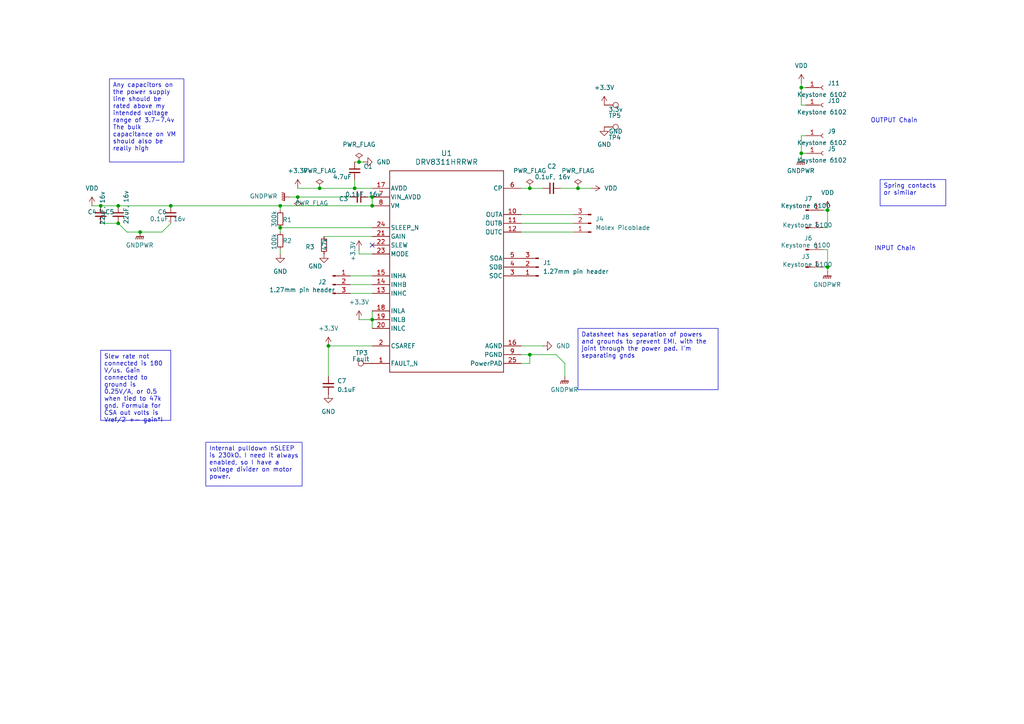
<source format=kicad_sch>
(kicad_sch (version 20231120) (generator "eeschema") (generator_version "8.0")
  (paper "A4")
  (title_block (date "2024-08-17") (rev "V1"))
  (lib_symbols
    (symbol "Connector:Conn_01x01_Pin" (pin_names (offset 1.016) hide)
      (property "Reference" "J" (at 0 2.54 0))
      (property "Value" "Conn_01x01_Pin" (at 0 -2.54 0))
      (symbol "Conn_01x01_Pin_1_1"
        (polyline (pts (xy 1.27 0) (xy 0.8636 0)) (stroke (width 0.1524)))
        (rectangle (start 0.8636 0.127) (end 0 -0.127) (stroke (width 0.1524)) (fill (type outline)))
        (pin passive line (at 5.08 0 180) (length 3.81) (name "Pin_1") (number "1"))
      )
    )
    (symbol "Connector:Conn_01x01_Socket" (pin_names (offset 1.016) hide)
      (property "Reference" "J" (at 0 2.54 0))
      (property "Value" "Conn_01x01_Socket" (at 0 -2.54 0))
      (symbol "Conn_01x01_Socket_1_1"
        (polyline (pts (xy -1.27 0) (xy -0.508 0)) (stroke (width 0.1524)))
        (arc (start 0 0.508) (mid -0.5058 0) (end 0 -0.508) (stroke (width 0.1524)))
        (pin passive line (at -5.08 0 0) (length 3.81) (name "Pin_1") (number "1"))
      )
    )
    (symbol "Connector:Conn_01x03_Pin" (pin_names (offset 1.016) hide)
      (property "Reference" "J" (at 0 5.08 0))
      (property "Value" "Conn_01x03_Pin" (at 0 -5.08 0))
      (symbol "Conn_01x03_Pin_1_1"
        (polyline (pts (xy 1.27 -2.54) (xy 0.8636 -2.54)) (stroke (width 0.1524)))
        (polyline (pts (xy 1.27 0) (xy 0.8636 0)) (stroke (width 0.1524)))
        (polyline (pts (xy 1.27 2.54) (xy 0.8636 2.54)) (stroke (width 0.1524)))
        (rectangle (start 0.8636 -2.413) (end 0 -2.667) (stroke (width 0.1524)) (fill (type outline)))
        (rectangle (start 0.8636 0.127) (end 0 -0.127) (stroke (width 0.1524)) (fill (type outline)))
        (rectangle (start 0.8636 2.667) (end 0 2.413) (stroke (width 0.1524)) (fill (type outline)))
        (pin passive line (at 5.08 2.54 180) (length 3.81) (name "Pin_1") (number "1"))
        (pin passive line (at 5.08 0 180) (length 3.81) (name "Pin_2") (number "2"))
        (pin passive line (at 5.08 -2.54 180) (length 3.81) (name "Pin_3") (number "3"))
      )
    )
    (symbol "Connector:TestPoint" (pin_numbers hide) (pin_names (offset 0.762) hide)
      (property "Reference" "TP" (at 0 6.858 0))
      (property "Value" "TestPoint" (at 0 5.08 0))
      (symbol "TestPoint_0_1"
        (circle (center 0 3.302) (radius 0.762))
      )
      (symbol "TestPoint_1_1"
        (pin passive line (at 0 0 90) (length 2.54) (name "1") (number "1"))
      )
    )
    (symbol "Device:C_Small" (pin_numbers hide) (pin_names (offset 0.254) hide)
      (property "Reference" "C" (at 0.254 1.778 0))
      (property "Value" "C_Small" (at 0.254 -2.032 0))
      (symbol "C_Small_0_1"
        (polyline (pts (xy -1.524 -0.508) (xy 1.524 -0.508)) (stroke (width 0.3302)))
        (polyline (pts (xy -1.524 0.508) (xy 1.524 0.508)) (stroke (width 0.3048)))
      )
      (symbol "C_Small_1_1"
        (pin passive line (at 0 2.54 270) (length 2.032) (name "~") (number "1"))
        (pin passive line (at 0 -2.54 90) (length 2.032) (name "~") (number "2"))
      )
    )
    (symbol "Device:R_Small" (pin_numbers hide) (pin_names (offset 0.254) hide)
      (property "Reference" "R" (at 0.762 0.508 0))
      (property "Value" "R_Small" (at 0.762 -1.016 0))
      (symbol "R_Small_0_1"
        (rectangle (start -0.762 1.778) (end 0.762 -1.778) (stroke (width 0.2032)))
      )
      (symbol "R_Small_1_1"
        (pin passive line (at 0 2.54 270) (length 0.762) (name "~") (number "1"))
        (pin passive line (at 0 -2.54 90) (length 0.762) (name "~") (number "2"))
      )
    )
    (symbol "custom_Driver_Motor:DRV8311HRRWR" (pin_names (offset 0.254))
      (property "Reference" "U" (at 21.59 -2.794 0))
      (property "Value" "DRV8311HRRWR" (at 21.082 -22.352 0))
      (symbol "DRV8311HRRWR_0_1"
        (polyline (pts (xy 5.08 -53.34) (xy 38.1 -53.34)) (stroke (width 0.2032)))
        (polyline (pts (xy 5.08 5.08) (xy 5.08 -53.34)) (stroke (width 0.2032)))
        (polyline (pts (xy 38.1 -53.34) (xy 38.1 5.08)) (stroke (width 0.2032)))
        (polyline (pts (xy 38.1 5.08) (xy 5.08 5.08)) (stroke (width 0.2032)))
        (pin open_collector line (at 0 -50.8 0) (length 5.08) (name "FAULT_N") (number "1"))
        (pin input line (at 0 -30.48 0) (length 5.08) (name "INHC") (number "13"))
        (pin input line (at 0 -27.94 0) (length 5.08) (name "INHB") (number "14"))
        (pin input line (at 0 -25.4 0) (length 5.08) (name "INHA") (number "15"))
        (pin power_in line (at 43.18 -45.72 180) (length 5.08) (name "AGND") (number "16"))
        (pin power_in line (at 0 0 0) (length 5.08) (name "AVDD") (number "17"))
        (pin input line (at 0 -35.56 0) (length 5.08) (name "INLA") (number "18"))
        (pin input line (at 0 -38.1 0) (length 5.08) (name "INLB") (number "19"))
        (pin power_in line (at 0 -45.72 0) (length 5.08) (name "CSAREF") (number "2"))
        (pin input line (at 0 -40.64 0) (length 5.08) (name "INLC") (number "20"))
        (pin input line (at 0 -13.97 0) (length 5.08) (name "GAIN") (number "21"))
        (pin input line (at 0 -16.51 0) (length 5.08) (name "SLEW") (number "22"))
        (pin input line (at 0 -19.05 0) (length 5.08) (name "MODE") (number "23"))
        (pin input line (at 0 -11.43 0) (length 5.08) (name "SLEEP_N") (number "24"))
        (pin power_in line (at 43.18 -50.8 180) (length 5.08) (name "PowerPAD") (number "25"))
        (pin power_in line (at 43.18 0 180) (length 5.08) (name "CP") (number "6"))
        (pin power_in line (at 0 -2.54 0) (length 5.08) (name "VIN_AVDD") (number "7"))
        (pin power_in line (at 0 -5.08 0) (length 5.08) (name "VM") (number "8"))
        (pin power_in line (at 43.18 -48.26 180) (length 5.08) (name "PGND") (number "9"))
      )
      (symbol "DRV8311HRRWR_1_1"
        (pin output line (at 43.18 -7.62 180) (length 5.08) (name "OUTA") (number "10"))
        (pin output line (at 43.18 -10.16 180) (length 5.08) (name "OUTB") (number "11"))
        (pin output line (at 43.18 -12.7 180) (length 5.08) (name "OUTC") (number "12"))
        (pin output line (at 43.18 -25.4 180) (length 5.08) (name "SOC") (number "3"))
        (pin output line (at 43.18 -22.86 180) (length 5.08) (name "SOB") (number "4"))
        (pin output line (at 43.18 -20.32 180) (length 5.08) (name "SOA") (number "5"))
      )
    )
    (symbol "power:+3.3V" (power) (pin_numbers hide) (pin_names (offset 0) hide)
      (property "Value" "+3.3V" (at 0 3.556 0))
      (symbol "+3.3V_0_1"
        (polyline (pts (xy -0.762 1.27) (xy 0 2.54)))
        (polyline (pts (xy 0 0) (xy 0 2.54)))
        (polyline (pts (xy 0 2.54) (xy 0.762 1.27)))
      )
      (symbol "+3.3V_1_1"
        (pin power_in line (at 0 0 90) (length 0) (name "~") (number "1"))
      )
    )
    (symbol "power:GND" (power) (pin_numbers hide) (pin_names (offset 0) hide)
      (property "Value" "GND" (at 0 -3.81 0))
      (symbol "GND_0_1"
        (polyline (pts (xy 0 0) (xy 0 -1.27) (xy 1.27 -1.27) (xy 0 -2.54) (xy -1.27 -1.27) (xy 0 -1.27)))
      )
      (symbol "GND_1_1"
        (pin power_in line (at 0 0 270) (length 0) (name "~") (number "1"))
      )
    )
    (symbol "power:GNDPWR" (power) (pin_numbers hide) (pin_names (offset 0) hide)
      (property "Value" "GNDPWR" (at 0 -3.302 0))
      (symbol "GNDPWR_0_1"
        (polyline (pts (xy 0 -1.27) (xy 0 0)))
        (polyline (pts (xy -1.016 -1.27) (xy -1.27 -2.032) (xy -1.27 -2.032)) (stroke (width 0.2032)))
        (polyline (pts (xy -0.508 -1.27) (xy -0.762 -2.032) (xy -0.762 -2.032)) (stroke (width 0.2032)))
        (polyline (pts (xy 0 -1.27) (xy -0.254 -2.032) (xy -0.254 -2.032)) (stroke (width 0.2032)))
        (polyline (pts (xy 0.508 -1.27) (xy 0.254 -2.032) (xy 0.254 -2.032)) (stroke (width 0.2032)))
        (polyline (pts (xy 1.016 -1.27) (xy -1.016 -1.27) (xy -1.016 -1.27)) (stroke (width 0.2032)))
        (polyline (pts (xy 1.016 -1.27) (xy 0.762 -2.032) (xy 0.762 -2.032) (xy 0.762 -2.032)) (stroke (width 0.2032)))
      )
      (symbol "GNDPWR_1_1"
        (pin power_in line (at 0 0 270) (length 0) (name "~") (number "1"))
      )
    )
    (symbol "power:PWR_FLAG" (power) (pin_numbers hide) (pin_names (offset 0) hide)
      (property "Value" "PWR_FLAG" (at 0 3.81 0))
      (symbol "PWR_FLAG_0_0"
        (pin power_out line (at 0 0 90) (length 0) (name "~") (number "1"))
      )
      (symbol "PWR_FLAG_0_1"
        (polyline (pts (xy 0 0) (xy 0 1.27) (xy -1.016 1.905) (xy 0 2.54) (xy 1.016 1.905) (xy 0 1.27)))
      )
    )
    (symbol "power:VDD" (power) (pin_numbers hide) (pin_names (offset 0) hide)
      (property "Value" "VDD" (at 0 3.556 0))
      (symbol "VDD_0_1"
        (polyline (pts (xy -0.762 1.27) (xy 0 2.54)))
        (polyline (pts (xy 0 0) (xy 0 2.54)))
        (polyline (pts (xy 0 2.54) (xy 0.762 1.27)))
      )
      (symbol "VDD_1_1"
        (pin power_in line (at 0 0 90) (length 0) (name "~") (number "1"))
      )
    )
  )
  (junction (at 107.95 59.69))
  (junction (at 86.36 57.15))
  (junction (at 232.41 25.4))
  (junction (at 40.64 67.31))
  (junction (at 102.87 54.61))
  (junction (at 92.71 54.61))
  (junction (at 29.21 59.69))
  (junction (at 107.95 92.71))
  (junction (at 240.03 60.96))
  (junction (at 232.41 44.45))
  (junction (at 153.67 102.87))
  (junction (at 153.67 54.61))
  (junction (at 34.29 64.77))
  (junction (at 167.64 54.61))
  (junction (at 107.95 57.15))
  (junction (at 49.53 59.69))
  (junction (at 240.03 77.47))
  (junction (at 104.14 46.99))
  (junction (at 95.25 100.33))
  (junction (at 81.28 59.69))
  (junction (at 81.28 66.04))
  (junction (at 34.29 59.69))
  (no_connect (at 107.95 71.12))
  (wire (pts (xy 153.67 54.61) (xy 157.48 54.61)))
  (wire (pts (xy 104.14 92.71) (xy 107.95 92.71)))
  (wire (pts (xy 92.71 54.61) (xy 102.87 54.61)))
  (wire (pts (xy 240.03 60.96) (xy 238.76 60.96)))
  (wire (pts (xy 153.67 102.87) (xy 153.67 105.41)))
  (wire (pts (xy 107.95 90.17) (xy 107.95 92.71)))
  (wire (pts (xy 81.28 72.39) (xy 81.28 73.66)))
  (wire (pts (xy 153.67 102.87) (xy 161.29 102.87)))
  (wire (pts (xy 151.13 62.23) (xy 166.37 62.23)))
  (wire (pts (xy 86.36 57.15) (xy 101.6 57.15)))
  (wire (pts (xy 29.21 64.77) (xy 34.29 64.77)))
  (wire (pts (xy 102.87 54.61) (xy 102.87 52.07)))
  (wire (pts (xy 232.41 24.13) (xy 232.41 25.4)))
  (wire (pts (xy 238.76 77.47) (xy 240.03 77.47)))
  (wire (pts (xy 49.53 59.69) (xy 81.28 59.69)))
  (wire (pts (xy 107.95 57.15) (xy 107.95 59.69)))
  (wire (pts (xy 232.41 44.45) (xy 232.41 45.72)))
  (wire (pts (xy 81.28 66.04) (xy 81.28 67.31)))
  (wire (pts (xy 104.14 73.66) (xy 104.14 72.39)))
  (wire (pts (xy 86.36 54.61) (xy 92.71 54.61)))
  (wire (pts (xy 238.76 66.04) (xy 240.03 66.04)))
  (wire (pts (xy 81.28 66.04) (xy 107.95 66.04)))
  (wire (pts (xy 107.95 92.71) (xy 107.95 95.25)))
  (wire (pts (xy 161.29 102.87) (xy 163.83 105.41)))
  (wire (pts (xy 151.13 54.61) (xy 153.67 54.61)))
  (wire (pts (xy 240.03 60.96) (xy 240.03 66.04)))
  (wire (pts (xy 167.64 54.61) (xy 171.45 54.61)))
  (wire (pts (xy 232.41 39.37) (xy 232.41 44.45)))
  (wire (pts (xy 232.41 25.4) (xy 233.68 25.4)))
  (wire (pts (xy 151.13 64.77) (xy 166.37 64.77)))
  (wire (pts (xy 105.41 46.99) (xy 104.14 46.99)))
  (wire (pts (xy 104.14 46.99) (xy 102.87 46.99)))
  (wire (pts (xy 240.03 72.39) (xy 238.76 72.39)))
  (wire (pts (xy 240.03 72.39) (xy 240.03 77.47)))
  (wire (pts (xy 101.6 85.09) (xy 107.95 85.09)))
  (wire (pts (xy 104.14 73.66) (xy 107.95 73.66)))
  (wire (pts (xy 233.68 30.48) (xy 232.41 30.48)))
  (wire (pts (xy 162.56 54.61) (xy 167.64 54.61)))
  (wire (pts (xy 233.68 44.45) (xy 232.41 44.45)))
  (wire (pts (xy 86.36 57.15) (xy 83.82 57.15)))
  (wire (pts (xy 107.95 100.33) (xy 95.25 100.33)))
  (wire (pts (xy 233.68 39.37) (xy 232.41 39.37)))
  (wire (pts (xy 102.87 54.61) (xy 107.95 54.61)))
  (wire (pts (xy 40.64 67.31) (xy 36.83 67.31)))
  (wire (pts (xy 34.29 64.77) (xy 36.83 67.31)))
  (wire (pts (xy 29.21 59.69) (xy 34.29 59.69)))
  (wire (pts (xy 106.68 57.15) (xy 107.95 57.15)))
  (wire (pts (xy 34.29 59.69) (xy 49.53 59.69)))
  (wire (pts (xy 151.13 102.87) (xy 153.67 102.87)))
  (wire (pts (xy 93.98 68.58) (xy 107.95 68.58)))
  (wire (pts (xy 81.28 59.69) (xy 81.28 60.96)))
  (wire (pts (xy 107.95 82.55) (xy 101.6 82.55)))
  (wire (pts (xy 40.64 67.31) (xy 46.99 67.31)))
  (wire (pts (xy 26.67 59.69) (xy 29.21 59.69)))
  (wire (pts (xy 240.03 77.47) (xy 240.03 78.74)))
  (wire (pts (xy 46.99 67.31) (xy 49.53 64.77)))
  (wire (pts (xy 151.13 105.41) (xy 153.67 105.41)))
  (wire (pts (xy 163.83 105.41) (xy 163.83 109.22)))
  (wire (pts (xy 232.41 30.48) (xy 232.41 25.4)))
  (wire (pts (xy 151.13 100.33) (xy 157.48 100.33)))
  (wire (pts (xy 95.25 100.33) (xy 95.25 109.22)))
  (wire (pts (xy 81.28 59.69) (xy 107.95 59.69)))
  (wire (pts (xy 107.95 80.01) (xy 101.6 80.01)))
  (wire (pts (xy 151.13 67.31) (xy 166.37 67.31)))
  (text_box "Internal pulldown nSLEEP is 230kO. I need it always enabled, so I have a voltage divider on motor power." (at 59.69 128.27 0) (size 27.94 12.7) (effects (font (size 1.27 1.27)) (justify left top)))
  (text_box "Spring contacts or similar" (at 255.27 52.07 0) (size 19.05 7.62) (effects (font (size 1.27 1.27)) (justify left top)))
  (text_box "Slew rate not connected is 180 V/us. Gain connected to ground is 0.25V/A, or 0.5 when tied to 47k gnd. Formula for CSA out volts is Vref/2 +- gain*I" (at 29.21 101.6 0) (size 20.32 20.32) (effects (font (size 1.27 1.27)) (justify left top)))
  (text_box "Datasheet has separation of powers and grounds to prevent EMI, with the joint through the power pad. I'm separating gnds" (at 167.64 95.25 0) (size 40.64 17.78) (effects (font (size 1.27 1.27)) (justify left top)))
  (text_box "Any capacitors on the power supply line should be rated above my intended voltage range of 3.7-7.4v\nThe bulk capacitance on VM should also be really high" (at 31.75 22.86 0) (size 21.59 24.13) (effects (font (size 1.27 1.27)) (justify left top)))
  (text "INPUT Chain" (at 259.588 72.136 0) (effects (font (size 1.27 1.27))))
  (text "OUTPUT Chain" (at 259.334 35.052 0) (effects (font (size 1.27 1.27))))
  (symbol (lib_id "Connector:Conn_01x01_Pin") (at 233.68 72.39 0) (unit 1)
    (property "Reference" "J6" (at 234.442 69.088 0))
    (property "Value" "Keystone 6100" (at 233.68 71.12 0))
    (property "Footprint" "6100:KEYSTONE_6100" (effects (hide yes)))
    (property "Description" "Generic connector, single row, 01x01, script generated" (effects (hide yes)))
  )
  (symbol (lib_id "Device:C_Small") (at 95.25 111.76 180) (unit 1)
    (property "Reference" "C7" (at 97.79 110.4835 0) (effects (justify right)))
    (property "Value" "0.1uF" (at 97.79 113.0235 0) (effects (justify right)))
    (property "Footprint" "Capacitor_SMD:C_0603_1608Metric" (effects (hide yes)))
    (property "Description" "Unpolarized capacitor, small symbol" (effects (hide yes)))
  )
  (symbol (lib_id "power:GNDPWR") (at 232.41 45.72 0) (unit 1)
    (property "Reference" "#PWR020" (effects (hide yes)))
    (property "Value" "GNDPWR" (at 232.283 49.53 0))
    (property "Description" "Power symbol creates a global label with name \"GNDPWR\" , global ground" (effects (hide yes)))
  )
  (symbol (lib_id "Connector:Conn_01x01_Pin") (at 233.68 66.04 0) (unit 1)
    (property "Reference" "J8" (at 233.68 62.992 0))
    (property "Value" "Keystone 6100" (at 234.188 65.278 0))
    (property "Footprint" "6100:KEYSTONE_6100" (effects (hide yes)))
    (property "Description" "Generic connector, single row, 01x01, script generated" (effects (hide yes)))
  )
  (symbol (lib_id "power:+3.3V") (at 104.14 92.71 0) (unit 1)
    (property "Reference" "#PWR011" (effects (hide yes)))
    (property "Value" "+3.3V" (at 104.14 87.63 0))
    (property "Description" "Power symbol creates a global label with name \"+3.3V\"" (effects (hide yes)))
  )
  (symbol (lib_id "Connector:Conn_01x01_Pin") (at 233.68 60.96 0) (unit 1)
    (property "Reference" "J7" (at 234.442 57.658 0))
    (property "Value" "Keystone 6100" (at 233.68 59.69 0))
    (property "Footprint" "6100:KEYSTONE_6100" (effects (hide yes)))
    (property "Description" "Generic connector, single row, 01x01, script generated" (effects (hide yes)))
  )
  (symbol (lib_id "power:PWR_FLAG") (at 86.36 57.15 180) (unit 1)
    (property "Reference" "#FLG01" (effects (hide yes)))
    (property "Value" "PWR_FLAG" (at 95.25 58.928 0) (effects (justify left)))
    (property "Description" "Special symbol for telling ERC where power comes from" (effects (hide yes)))
  )
  (symbol (lib_id "power:GND") (at 95.25 114.3 0) (unit 1)
    (property "Reference" "#PWR014" (effects (hide yes)))
    (property "Value" "GND" (at 95.25 119.38 0))
    (property "Description" "Power symbol creates a global label with name \"GND\" , ground" (effects (hide yes)))
  )
  (symbol (lib_id "Device:R_Small") (at 93.98 71.12 180) (unit 1)
    (property "Reference" "R3" (at 89.916 71.628 0))
    (property "Value" "47k" (at 94.234 70.866 90))
    (property "Footprint" "Resistor_SMD:R_0603_1608Metric" (effects (hide yes)))
    (property "Description" "Resistor, small symbol" (effects (hide yes)))
  )
  (symbol (lib_id "power:PWR_FLAG") (at 104.14 46.99 0) (unit 1)
    (property "Reference" "#FLG05" (effects (hide yes)))
    (property "Value" "PWR_FLAG" (at 104.14 41.91 0))
    (property "Description" "Special symbol for telling ERC where power comes from" (effects (hide yes)))
  )
  (symbol (lib_id "Device:C_Small") (at 102.87 49.53 0) (unit 1)
    (property "Reference" "C1" (at 105.41 48.2662 0) (effects (justify left)))
    (property "Value" "4.7uF" (at 96.52 51.308 0) (effects (justify left)))
    (property "Footprint" "Capacitor_SMD:C_0603_1608Metric" (effects (hide yes)))
    (property "Description" "Unpolarized capacitor, small symbol" (effects (hide yes)))
  )
  (symbol (lib_id "Connector:Conn_01x01_Pin") (at 233.68 77.47 0) (unit 1)
    (property "Reference" "J3" (at 233.68 74.422 0))
    (property "Value" "Keystone 6100" (at 234.188 76.708 0))
    (property "Footprint" "6100:KEYSTONE_6100" (effects (hide yes)))
    (property "Description" "Generic connector, single row, 01x01, script generated" (effects (hide yes)))
  )
  (symbol (lib_id "Connector:Conn_01x01_Socket") (at 238.76 39.37 0) (unit 1)
    (property "Reference" "J9" (at 240.03 38.0999 0) (effects (justify left)))
    (property "Value" "Keystone 6102" (at 231.14 41.402 0) (effects (justify left)))
    (property "Footprint" "6102:KEYSTONE_6102" (effects (hide yes)))
    (property "Description" "Generic connector, single row, 01x01, script generated" (effects (hide yes)))
  )
  (symbol (lib_id "power:GNDPWR") (at 40.64 67.31 0) (unit 1)
    (property "Reference" "#PWR016" (effects (hide yes)))
    (property "Value" "GNDPWR" (at 40.513 71.12 0))
    (property "Description" "Power symbol creates a global label with name \"GNDPWR\" , global ground" (effects (hide yes)))
  )
  (symbol (lib_id "Connector:TestPoint") (at 175.26 36.83 270) (unit 1)
    (property "Reference" "TP4" (at 178.308 39.878 90))
    (property "Value" "GND" (at 178.562 38.1 90))
    (property "Footprint" "TestPoint:TestPoint_Pad_D1.0mm" (effects (hide yes)))
    (property "Description" "test point" (effects (hide yes)))
  )
  (symbol (lib_id "Device:C_Small") (at 34.29 62.23 0) (unit 1)
    (property "Reference" "C5" (at 30.48 61.468 0) (effects (justify left)))
    (property "Value" "22uF, 16v" (at 36.576 65.024 90) (effects (justify left)))
    (property "Footprint" "Capacitor_SMD:C_0603_1608Metric" (effects (hide yes)))
    (property "Description" "Unpolarized capacitor, small symbol" (effects (hide yes)))
  )
  (symbol (lib_id "Connector:Conn_01x03_Pin") (at 171.45 64.77 180) (unit 1)
    (property "Reference" "J4" (at 172.72 63.4999 0) (effects (justify right)))
    (property "Value" "Molex Picoblade" (at 172.72 66.0399 0) (effects (justify right)))
    (property "Footprint" "Connector_Molex:Molex_PicoBlade_53048-0310_1x03_P1.25mm_Horizontal" (effects (hide yes)))
    (property "Description" "Generic connector, single row, 01x03, script generated" (effects (hide yes)))
  )
  (symbol (lib_id "power:GND") (at 81.28 73.66 0) (unit 1)
    (property "Reference" "#PWR010" (effects (hide yes)))
    (property "Value" "GND" (at 81.28 78.74 0))
    (property "Description" "Power symbol creates a global label with name \"GND\" , ground" (effects (hide yes)))
  )
  (symbol (lib_id "power:GND") (at 175.26 36.83 0) (unit 1)
    (property "Reference" "#PWR017" (effects (hide yes)))
    (property "Value" "GND" (at 175.26 41.91 0))
    (property "Description" "Power symbol creates a global label with name \"GND\" , ground" (effects (hide yes)))
  )
  (symbol (lib_id "Connector:Conn_01x01_Socket") (at 238.76 25.4 0) (unit 1)
    (property "Reference" "J11" (at 240.03 24.1299 0) (effects (justify left)))
    (property "Value" "Keystone 6102" (at 231.14 27.432 0) (effects (justify left)))
    (property "Footprint" "6102:KEYSTONE_6102" (effects (hide yes)))
    (property "Description" "Generic connector, single row, 01x01, script generated" (effects (hide yes)))
  )
  (symbol (lib_id "power:PWR_FLAG") (at 92.71 54.61 0) (unit 1)
    (property "Reference" "#FLG02" (effects (hide yes)))
    (property "Value" "PWR_FLAG" (at 92.71 49.53 0))
    (property "Description" "Special symbol for telling ERC where power comes from" (effects (hide yes)))
  )
  (symbol (lib_id "power:VDD") (at 26.67 59.69 0) (unit 1)
    (property "Reference" "#PWR04" (effects (hide yes)))
    (property "Value" "VDD" (at 26.67 54.61 0))
    (property "Description" "Power symbol creates a global label with name \"VDD\"" (effects (hide yes)))
  )
  (symbol (lib_id "Connector:Conn_01x03_Pin") (at 156.21 77.47 180) (unit 1)
    (property "Reference" "J1" (at 157.48 76.1999 0) (effects (justify right)))
    (property "Value" "1.27mm pin header" (at 157.48 78.7399 0) (effects (justify right)))
    (property "Footprint" "Connector_PinHeader_1.27mm:PinHeader_1x03_P1.27mm_Horizontal" (effects (hide yes)))
    (property "Description" "Generic connector, single row, 01x03, script generated" (effects (hide yes)))
  )
  (symbol (lib_id "power:GNDPWR") (at 163.83 109.22 0) (unit 1)
    (property "Reference" "#PWR015" (effects (hide yes)))
    (property "Value" "GNDPWR" (at 163.703 113.03 0))
    (property "Description" "Power symbol creates a global label with name \"GNDPWR\" , global ground" (effects (hide yes)))
  )
  (symbol (lib_id "power:PWR_FLAG") (at 167.64 54.61 0) (unit 1)
    (property "Reference" "#FLG04" (effects (hide yes)))
    (property "Value" "PWR_FLAG" (at 167.64 49.53 0))
    (property "Description" "Special symbol for telling ERC where power comes from" (effects (hide yes)))
  )
  (symbol (lib_id "Device:C_Small") (at 29.21 62.23 0) (unit 1)
    (property "Reference" "C4" (at 25.4 61.468 0) (effects (justify left)))
    (property "Value" "22uF, 16v" (at 29.718 65.278 90) (effects (justify left)))
    (property "Footprint" "Capacitor_SMD:C_0603_1608Metric" (effects (hide yes)))
    (property "Description" "Unpolarized capacitor, small symbol" (effects (hide yes)))
  )
  (symbol (lib_id "Device:C_Small") (at 104.14 57.15 270) (unit 1)
    (property "Reference" "C3" (at 98.298 57.658 90) (effects (justify left)))
    (property "Value" "0.1uF, 16v" (at 100.076 56.388 90) (effects (justify left)))
    (property "Footprint" "Capacitor_SMD:C_0603_1608Metric" (effects (hide yes)))
    (property "Description" "Unpolarized capacitor, small symbol" (effects (hide yes)))
  )
  (symbol (lib_id "power:+3.3V") (at 104.14 72.39 0) (unit 1)
    (property "Reference" "#PWR09" (effects (hide yes)))
    (property "Value" "+3.3V" (at 102.362 72.898 90))
    (property "Description" "Power symbol creates a global label with name \"+3.3V\"" (effects (hide yes)))
  )
  (symbol (lib_id "custom_Driver_Motor:DRV8311HRRWR") (at 107.95 54.61 0) (unit 1)
    (property "Reference" "U1" (at 129.54 44.45 0) (effects (font (size 1.524 1.524))))
    (property "Value" "DRV8311HRRWR" (at 129.54 46.99 0) (effects (font (size 1.524 1.524))))
    (property "Footprint" "custom_Driver_Motor:DRV8311_0.3mmVias" (effects (hide yes)))
    (property "Datasheet" "https://www.ti.com/lit/ds/symlink/drv8311.pdf" (effects (hide yes)))
    (property "Description" "24-V abs max, 3 to 20-V, 5A, three-phase brushless-DC motor driver with integrated FETs" (effects (hide yes)))
  )
  (symbol (lib_id "power:VDD") (at 171.45 54.61 270) (unit 1)
    (property "Reference" "#PWR03" (effects (hide yes)))
    (property "Value" "VDD" (at 175.26 54.6099 90) (effects (justify left)))
    (property "Description" "Power symbol creates a global label with name \"VDD\"" (effects (hide yes)))
  )
  (symbol (lib_id "power:GNDPWR") (at 83.82 57.15 270) (unit 1)
    (property "Reference" "#PWR05" (effects (hide yes)))
    (property "Value" "GNDPWR" (at 76.454 56.896 90))
    (property "Description" "Power symbol creates a global label with name \"GNDPWR\" , global ground" (effects (hide yes)))
  )
  (symbol (lib_id "power:+3.3V") (at 86.36 54.61 0) (unit 1)
    (property "Reference" "#PWR02" (effects (hide yes)))
    (property "Value" "+3.3V" (at 86.36 49.53 0))
    (property "Description" "Power symbol creates a global label with name \"+3.3V\"" (effects (hide yes)))
  )
  (symbol (lib_id "power:GND") (at 105.41 46.99 90) (unit 1)
    (property "Reference" "#PWR01" (effects (hide yes)))
    (property "Value" "GND" (at 109.22 46.9899 90) (effects (justify right)))
    (property "Description" "Power symbol creates a global label with name \"GND\" , ground" (effects (hide yes)))
  )
  (symbol (lib_id "Device:R_Small") (at 81.28 63.5 180) (unit 1)
    (property "Reference" "R1" (at 83.312 63.754 0))
    (property "Value" "300k" (at 79.502 63.5 90))
    (property "Footprint" "Resistor_SMD:R_0603_1608Metric" (effects (hide yes)))
    (property "Description" "Resistor, small symbol" (effects (hide yes)))
  )
  (symbol (lib_id "Connector:Conn_01x03_Pin") (at 96.52 82.55 0) (unit 1)
    (property "Reference" "J2" (at 93.472 81.788 0))
    (property "Value" "1.27mm pin header" (at 87.63 84.074 0))
    (property "Footprint" "Connector_PinHeader_1.27mm:PinHeader_1x03_P1.27mm_Horizontal" (effects (hide yes)))
    (property "Description" "Generic connector, single row, 01x03, script generated" (effects (hide yes)))
  )
  (symbol (lib_id "Device:C_Small") (at 160.02 54.61 90) (unit 1)
    (property "Reference" "C2" (at 160.0263 48.26 90))
    (property "Value" "0.1uF, 16v" (at 160.274 51.308 90))
    (property "Footprint" "Capacitor_SMD:C_0603_1608Metric" (effects (hide yes)))
    (property "Description" "Unpolarized capacitor, small symbol" (effects (hide yes)))
  )
  (symbol (lib_id "power:+3.3V") (at 95.25 100.33 0) (unit 1)
    (property "Reference" "#PWR012" (effects (hide yes)))
    (property "Value" "+3.3V" (at 95.25 95.25 0))
    (property "Description" "Power symbol creates a global label with name \"+3.3V\"" (effects (hide yes)))
  )
  (symbol (lib_id "Device:C_Small") (at 49.53 62.23 0) (unit 1)
    (property "Reference" "C6" (at 45.72 61.468 0) (effects (justify left)))
    (property "Value" "0.1uF, 16v" (at 43.434 63.5 0) (effects (justify left)))
    (property "Footprint" "Capacitor_SMD:C_0603_1608Metric" (effects (hide yes)))
    (property "Description" "Unpolarized capacitor, small symbol" (effects (hide yes)))
  )
  (symbol (lib_id "power:VDD") (at 232.41 24.13 0) (unit 1)
    (property "Reference" "#PWR019" (effects (hide yes)))
    (property "Value" "VDD" (at 232.41 19.05 0))
    (property "Description" "Power symbol creates a global label with name \"VDD\"" (effects (hide yes)))
  )
  (symbol (lib_id "power:GND") (at 157.48 100.33 90) (unit 1)
    (property "Reference" "#PWR013" (effects (hide yes)))
    (property "Value" "GND" (at 161.29 100.3299 90) (effects (justify right)))
    (property "Description" "Power symbol creates a global label with name \"GND\" , ground" (effects (hide yes)))
  )
  (symbol (lib_id "power:GNDPWR") (at 240.03 78.74 0) (unit 1)
    (property "Reference" "#PWR08" (effects (hide yes)))
    (property "Value" "GNDPWR" (at 239.903 82.55 0))
    (property "Description" "Power symbol creates a global label with name \"GNDPWR\" , global ground" (effects (hide yes)))
  )
  (symbol (lib_id "Connector:TestPoint") (at 107.95 105.41 90) (unit 1)
    (property "Reference" "TP3" (at 104.902 102.362 90))
    (property "Value" "Fault" (at 104.648 104.14 90))
    (property "Footprint" "TestPoint:TestPoint_Pad_D1.0mm" (effects (hide yes)))
    (property "Description" "test point" (effects (hide yes)))
  )
  (symbol (lib_id "power:+3.3V") (at 175.26 30.48 0) (unit 1)
    (property "Reference" "#PWR07" (effects (hide yes)))
    (property "Value" "+3.3V" (at 175.26 25.4 0))
    (property "Description" "Power symbol creates a global label with name \"+3.3V\"" (effects (hide yes)))
  )
  (symbol (lib_id "Device:R_Small") (at 81.28 69.85 180) (unit 1)
    (property "Reference" "R2" (at 83.312 69.85 0))
    (property "Value" "100k" (at 79.502 70.104 90))
    (property "Footprint" "Resistor_SMD:R_0603_1608Metric" (effects (hide yes)))
    (property "Description" "Resistor, small symbol" (effects (hide yes)))
  )
  (symbol (lib_id "power:VDD") (at 240.03 60.96 0) (unit 1)
    (property "Reference" "#PWR06" (effects (hide yes)))
    (property "Value" "VDD" (at 240.03 55.88 0))
    (property "Description" "Power symbol creates a global label with name \"VDD\"" (effects (hide yes)))
  )
  (symbol (lib_id "power:PWR_FLAG") (at 153.67 54.61 0) (unit 1)
    (property "Reference" "#FLG03" (effects (hide yes)))
    (property "Value" "PWR_FLAG" (at 153.67 49.53 0))
    (property "Description" "Special symbol for telling ERC where power comes from" (effects (hide yes)))
  )
  (symbol (lib_id "power:GND") (at 93.98 73.66 0) (unit 1)
    (property "Reference" "#PWR018" (effects (hide yes)))
    (property "Value" "GND" (at 91.44 77.216 0))
    (property "Description" "Power symbol creates a global label with name \"GND\" , ground" (effects (hide yes)))
  )
  (symbol (lib_id "Connector:TestPoint") (at 175.26 30.48 270) (unit 1)
    (property "Reference" "TP5" (at 178.308 33.528 90))
    (property "Value" "3.3v" (at 178.562 31.75 90))
    (property "Footprint" "TestPoint:TestPoint_Pad_D1.0mm" (effects (hide yes)))
    (property "Description" "test point" (effects (hide yes)))
  )
  (symbol (lib_id "Connector:Conn_01x01_Socket") (at 238.76 30.48 0) (unit 1)
    (property "Reference" "J10" (at 240.03 29.2099 0) (effects (justify left)))
    (property "Value" "Keystone 6102" (at 231.14 32.512 0) (effects (justify left)))
    (property "Footprint" "6102:KEYSTONE_6102" (effects (hide yes)))
    (property "Description" "Generic connector, single row, 01x01, script generated" (effects (hide yes)))
  )
  (symbol (lib_id "Connector:Conn_01x01_Socket") (at 238.76 44.45 0) (unit 1)
    (property "Reference" "J5" (at 240.03 43.1799 0) (effects (justify left)))
    (property "Value" "Keystone 6102" (at 231.14 46.482 0) (effects (justify left)))
    (property "Footprint" "6102:KEYSTONE_6102" (effects (hide yes)))
    (property "Description" "Generic connector, single row, 01x01, script generated" (effects (hide yes)))
  )
)
</source>
